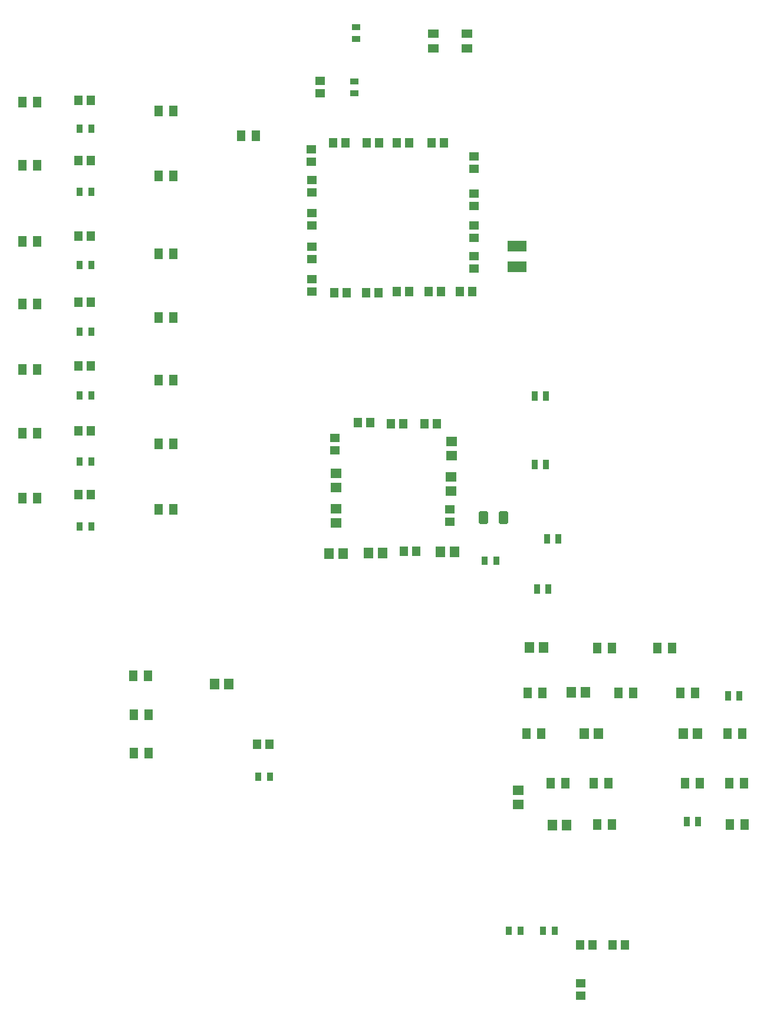
<source format=gbp>
%FSTAX23Y23*%
%MOIN*%
%SFA1B1*%

%IPPOS*%
%AMD73*
4,1,8,0.025600,-0.029000,0.025600,0.029000,0.019200,0.035400,-0.019200,0.035400,-0.025600,0.029000,-0.025600,-0.029000,-0.019200,-0.035400,0.019200,-0.035400,0.025600,-0.029000,0.0*
1,1,0.012835,0.019200,-0.029000*
1,1,0.012835,0.019200,0.029000*
1,1,0.012835,-0.019200,0.029000*
1,1,0.012835,-0.019200,-0.029000*
%
%ADD11R,0.045275X0.057087*%
%ADD14R,0.110236X0.062992*%
%ADD28R,0.049212X0.059055*%
%ADD33R,0.057087X0.045275*%
%ADD34R,0.053150X0.061024*%
%ADD70R,0.037401X0.053150*%
%ADD71R,0.061024X0.053150*%
%ADD72R,0.033465X0.051181*%
G04~CAMADD=73~8~0.0~0.0~708.7~511.8~64.2~0.0~15~0.0~0.0~0.0~0.0~0~0.0~0.0~0.0~0.0~0~0.0~0.0~0.0~270.0~512.0~708.0*
%ADD73D73*%
%ADD74R,0.051181X0.033465*%
%ADD75R,0.059055X0.049212*%
%LNpcb_take2-1-1*%
%LPD*%
G54D11*
X04019Y0799D03*
X0409D03*
X0428D03*
X04209D03*
X0445D03*
X04379D03*
X04645D03*
X04574D03*
X04534Y06405D03*
X04605D03*
X04415D03*
X04344D03*
X0423Y0641D03*
X04159D03*
X0366Y04595D03*
X03589D03*
X02579Y06005D03*
X0265D03*
X02579Y0673D03*
X0265D03*
X02579Y0709D03*
X0265D03*
X02579Y07465D03*
X0265D03*
Y0823D03*
X02579D03*
X05414Y0346D03*
X05485D03*
X0567D03*
X05599D03*
X04734Y0715D03*
X04805D03*
X0463D03*
X04559D03*
X04379D03*
X0445D03*
X04275Y07145D03*
X04204D03*
X04024D03*
X04095D03*
X0265Y0789D03*
X02579D03*
Y06365D03*
X0265D03*
X04419Y05685D03*
X0449D03*
G54D14*
X0506Y07291D03*
Y07408D03*
G54D28*
X06263Y0414D03*
X06346D03*
X06258Y04375D03*
X06341D03*
X05716Y04885D03*
X05633D03*
X06248Y04655D03*
X06331D03*
X06091Y04375D03*
X06008D03*
X05983Y04885D03*
X06066D03*
X05853Y05138D03*
X05936D03*
X05513Y0414D03*
X05596D03*
X05576Y04375D03*
X05493D03*
X05513Y05138D03*
X05596D03*
X05248Y04375D03*
X05331D03*
X05113Y04655D03*
X05196D03*
X05118Y04885D03*
X05201D03*
X02893Y04545D03*
X02976D03*
X02893Y0476D03*
X02976D03*
X02971Y0498D03*
X02888D03*
X03116Y07805D03*
X03033D03*
X03116Y0817D03*
X03033D03*
Y0592D03*
X03116D03*
X03033Y0629D03*
X03116D03*
Y0665D03*
X03033D03*
Y07005D03*
X03116D03*
Y07365D03*
X03033D03*
X02263Y05985D03*
X02346D03*
X02263Y0635D03*
X02346D03*
X02263Y0671D03*
X02346D03*
X02263Y07435D03*
X02346D03*
X02263Y0708D03*
X02346D03*
X02263Y07865D03*
X02346D03*
X03498Y0803D03*
X03581D03*
X02263Y0822D03*
X02346D03*
G54D33*
X03945Y0834D03*
Y08269D03*
X04815Y07634D03*
Y07705D03*
Y07915D03*
Y07844D03*
Y07525D03*
Y07454D03*
Y07279D03*
Y0735D03*
X039Y0722D03*
Y07149D03*
Y07334D03*
Y07405D03*
Y07595D03*
Y07524D03*
Y0778D03*
Y07709D03*
X03895Y07955D03*
Y07884D03*
X0542Y03245D03*
Y03174D03*
X0468Y0592D03*
Y05849D03*
X0403Y06254D03*
Y06325D03*
G54D34*
X0544Y04653D03*
X05519D03*
X06D03*
X06079D03*
X05444Y04886D03*
X05365D03*
X0526Y04138D03*
X05339D03*
X05209Y0514D03*
X0513D03*
X03429Y04935D03*
X0335D03*
X04074Y0567D03*
X03995D03*
X0422Y05675D03*
X04299D03*
X04704Y0568D03*
X04625D03*
G54D70*
X06253Y04867D03*
X06316D03*
X06018Y04157D03*
X06081D03*
X05291Y05755D03*
X05228D03*
X05158Y06175D03*
X05221D03*
X05158Y0656D03*
X05221D03*
X05173Y0547D03*
X05236D03*
G54D71*
X05065Y04334D03*
Y04255D03*
X0469Y06225D03*
Y06304D03*
X04685Y06025D03*
Y06104D03*
X04035Y05924D03*
Y05845D03*
Y06124D03*
Y06045D03*
G54D72*
X04943Y0563D03*
X04876D03*
X03596Y0441D03*
X03663D03*
X02653Y07715D03*
X02586D03*
X02653Y0807D03*
X02586D03*
Y073D03*
X02653D03*
X02586Y06925D03*
X02653D03*
X02586Y06565D03*
X02653D03*
X02586Y0619D03*
X02653D03*
X02586Y05825D03*
X02653D03*
X05011Y0354D03*
X05078D03*
X05273D03*
X05206D03*
G54D73*
X04982Y05875D03*
X04867D03*
G54D74*
X0414Y08271D03*
Y08338D03*
X0415Y08576D03*
Y08643D03*
G54D75*
X04775Y08606D03*
Y08523D03*
X04585Y08606D03*
Y08523D03*
M02*
</source>
